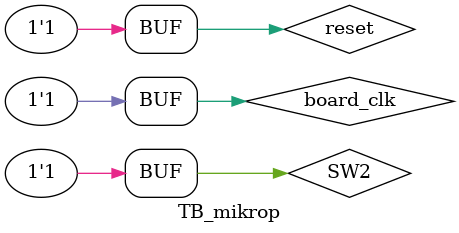
<source format=v>
`timescale 1ns / 1ps


module TB_mikrop;

	// Inputs
	reg reset;
	reg SW2;
	reg board_clk;

	// Outputs
	wire [15:0] result;
	wire a;
	wire b;
	wire c;
	wire d;
	wire e;
	wire ff;
	wire g;
	wire dp;
	wire [3:0] an;

	// Instantiate the Unit Under Test (UUT)
	mikrop uut (
		.reset(reset), 
		.SW2(SW2), 
		.board_clk(board_clk), 
		.result(result), 
		.a(a), 
		.b(b), 
		.c(c), 
		.d(d), 
		.e(e), 
		.ff(ff), 
		.g(g), 
		.dp(dp), 
		.an(an)
	);

	
	
initial begin
	$monitor  ("%d ns:      board_clk=%1'b result=%16'b",$time,board_clk,result);
		     reset = 1; SW2 = 0; board_clk = 0;
		#100 reset = 0; SW2 = 1; board_clk = 1;
		#100 reset = 1; SW2 = 0; board_clk = 0;
		#100 reset = 1; SW2 = 1; board_clk = 1;
		#100 reset = 1; SW2 = 0; board_clk = 0;
		#100 reset = 1; SW2 = 1; board_clk = 1;
		#100 reset = 1; SW2 = 0; board_clk = 0;
		#100 reset = 1; SW2 = 1; board_clk = 1;
	#100 reset = 1; SW2 = 0; board_clk = 0;
		#100 reset = 1; SW2 = 1; board_clk = 1;
		#100 reset = 1; SW2 = 0; board_clk = 0;
		#100 reset = 1; SW2 = 1; board_clk = 1;
		/*
		// Initialize Inputs
		rst = 0;
		clk = 0;

		// Wait 100 ns for global reset to finish
		#100;
      #100 clk = 1; rst = 0; 
		
		#100 clk = 0; rst = 1; 
		#100 clk = 1;//load
		#100 clk = 0;
		#100 clk = 1;
		#100 clk = 0;
		#100 clk = 1;
	   
		#100 clk = 0;
      #100 clk = 1;
		#100 clk = 0;
		#100 clk = 1;
		#100 clk = 0;
		#100 clk = 1; 
	
		#100 clk = 0;
		#100 clk = 1;
		#100 clk = 0;
		#100 clk = 1; 
		
		#100 clk = 0;
		#100 clk = 1;
		#100 clk = 0;
		#100 clk = 1; 
		
		#100 clk = 0;
		#100 clk = 1;
		#100 clk = 0;
		#100 clk = 1; 
        
		// Add stimulus here*/

	end
      
endmodule
</source>
